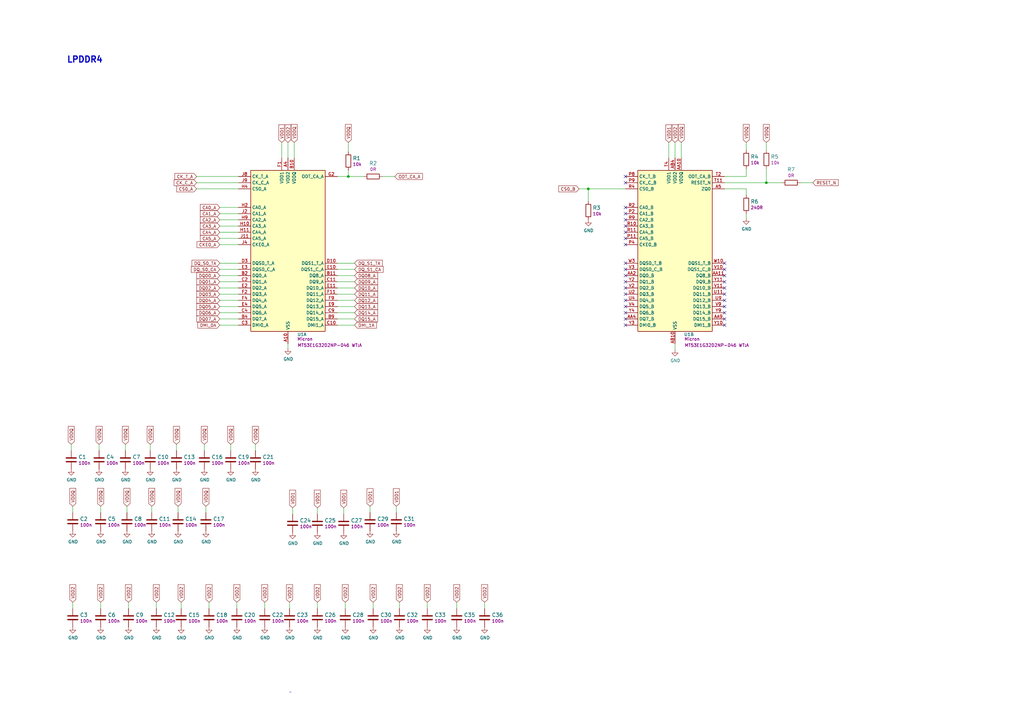
<source format=kicad_sch>
(kicad_sch (version 20211123) (generator eeschema)
  (paper "A3")
  (title_block (rev "1.1.0"))
  (junction (at 142.875 72.39))
  (junction (at 314.325 74.93))
  (junction (at 241.3 77.47))
  (no_connect (at 256.54 113.03))
  (no_connect (at 256.54 128.27))
  (no_connect (at 256.54 92.71))
  (no_connect (at 256.54 100.33))
  (no_connect (at 297.18 128.27))
  (no_connect (at 297.18 120.65))
  (no_connect (at 297.18 133.35))
  (no_connect (at 256.54 72.39))
  (no_connect (at 256.54 125.73))
  (no_connect (at 256.54 107.95))
  (no_connect (at 256.54 120.65))
  (no_connect (at 256.54 74.93))
  (no_connect (at 256.54 87.63))
  (no_connect (at 297.18 123.19))
  (no_connect (at 256.54 130.81))
  (no_connect (at 297.18 125.73))
  (no_connect (at 256.54 118.11))
  (no_connect (at 256.54 85.09))
  (no_connect (at 297.18 110.49))
  (no_connect (at 297.18 115.57))
  (no_connect (at 297.18 118.11))
  (no_connect (at 256.54 97.79))
  (no_connect (at 256.54 123.19))
  (no_connect (at 256.54 90.17))
  (no_connect (at 256.54 95.25))
  (no_connect (at 256.54 110.49))
  (no_connect (at 297.18 113.03))
  (no_connect (at 256.54 115.57))
  (no_connect (at 297.18 107.95))
  (no_connect (at 297.18 130.81))
  (no_connect (at 256.54 133.35))
  (wire (pts (xy 97.79 100.33) (xy 90.17 100.33)))
  (wire (pts (xy 97.79 92.71) (xy 90.17 92.71)))
  (wire (pts (xy 97.79 95.25) (xy 90.17 95.25)))
  (wire (pts (xy 138.43 130.81) (xy 145.415 130.81)))
  (wire (pts (xy 130.175 210.82) (xy 130.175 208.28)))
  (wire (pts (xy 74.295 249.555) (xy 74.295 247.015)))
  (wire (pts (xy 97.79 85.09) (xy 90.17 85.09)))
  (wire (pts (xy 274.32 64.77) (xy 274.32 58.42)))
  (wire (pts (xy 64.135 249.555) (xy 64.135 247.015)))
  (wire (pts (xy 118.11 140.97) (xy 118.11 142.875)))
  (wire (pts (xy 153.035 249.555) (xy 153.035 247.015)))
  (wire (pts (xy 306.07 72.39) (xy 297.18 72.39)))
  (wire (pts (xy 297.18 77.47) (xy 306.07 77.47)))
  (wire (pts (xy 328.295 74.93) (xy 333.375 74.93)))
  (wire (pts (xy 138.43 120.65) (xy 145.415 120.65)))
  (wire (pts (xy 104.775 182.245) (xy 104.775 184.785)))
  (wire (pts (xy 130.175 249.555) (xy 130.175 247.015)))
  (wire (pts (xy 314.325 74.93) (xy 320.675 74.93)))
  (wire (pts (xy 120.65 64.77) (xy 120.65 58.42)))
  (wire (pts (xy 97.79 74.93) (xy 80.645 74.93)))
  (wire (pts (xy 97.155 249.555) (xy 97.155 247.015)))
  (wire (pts (xy 297.18 74.93) (xy 314.325 74.93)))
  (wire (pts (xy 156.845 72.39) (xy 161.925 72.39)))
  (wire (pts (xy 279.4 64.77) (xy 279.4 58.42)))
  (wire (pts (xy 41.275 249.555) (xy 41.275 247.015)))
  (wire (pts (xy 151.765 210.185) (xy 151.765 207.645)))
  (wire (pts (xy 118.11 64.77) (xy 118.11 58.42)))
  (wire (pts (xy 138.43 115.57) (xy 145.415 115.57)))
  (wire (pts (xy 52.07 207.645) (xy 52.07 210.185)))
  (wire (pts (xy 73.025 210.185) (xy 73.025 207.645)))
  (wire (pts (xy 118.745 249.555) (xy 118.745 247.015)))
  (wire (pts (xy 163.83 249.555) (xy 163.83 247.015)))
  (wire (pts (xy 237.49 77.47) (xy 241.3 77.47)))
  (wire (pts (xy 241.3 77.47) (xy 256.54 77.47)))
  (wire (pts (xy 51.435 182.245) (xy 51.435 184.785)))
  (wire (pts (xy 97.79 130.81) (xy 90.17 130.81)))
  (wire (pts (xy 97.79 77.47) (xy 80.645 77.47)))
  (wire (pts (xy 306.07 87.63) (xy 306.07 89.535)))
  (wire (pts (xy 138.43 72.39) (xy 142.875 72.39)))
  (wire (pts (xy 29.845 249.555) (xy 29.845 247.015)))
  (wire (pts (xy 306.07 61.595) (xy 306.07 58.42)))
  (wire (pts (xy 141.605 249.555) (xy 141.605 247.015)))
  (polyline (pts (xy 119.38 283.845) (xy 118.745 283.845)))
  (wire (pts (xy 175.26 249.555) (xy 175.26 247.015)))
  (wire (pts (xy 142.875 69.85) (xy 142.875 72.39)))
  (wire (pts (xy 85.725 249.555) (xy 85.725 247.015)))
  (wire (pts (xy 138.43 128.27) (xy 145.415 128.27)))
  (wire (pts (xy 142.875 58.42) (xy 142.875 62.23)))
  (wire (pts (xy 187.325 249.555) (xy 187.325 247.015)))
  (wire (pts (xy 108.585 249.555) (xy 108.585 247.015)))
  (wire (pts (xy 61.595 182.245) (xy 61.595 184.785)))
  (wire (pts (xy 97.79 97.79) (xy 90.17 97.79)))
  (wire (pts (xy 94.615 182.245) (xy 94.615 184.785)))
  (wire (pts (xy 97.79 118.11) (xy 90.17 118.11)))
  (wire (pts (xy 138.43 123.19) (xy 145.415 123.19)))
  (wire (pts (xy 162.56 210.185) (xy 162.56 207.645)))
  (wire (pts (xy 138.43 133.35) (xy 145.415 133.35)))
  (wire (pts (xy 97.79 90.17) (xy 90.17 90.17)))
  (wire (pts (xy 138.43 110.49) (xy 145.415 110.49)))
  (wire (pts (xy 276.86 140.97) (xy 276.86 143.51)))
  (wire (pts (xy 72.39 184.785) (xy 72.39 182.245)))
  (wire (pts (xy 138.43 107.95) (xy 145.415 107.95)))
  (wire (pts (xy 62.23 207.645) (xy 62.23 210.185)))
  (wire (pts (xy 97.79 125.73) (xy 90.17 125.73)))
  (wire (pts (xy 97.79 110.49) (xy 90.17 110.49)))
  (wire (pts (xy 142.875 72.39) (xy 149.225 72.39)))
  (wire (pts (xy 97.79 87.63) (xy 90.17 87.63)))
  (wire (pts (xy 198.755 249.555) (xy 198.755 247.015)))
  (wire (pts (xy 306.07 72.39) (xy 306.07 69.215)))
  (wire (pts (xy 40.64 182.245) (xy 40.64 184.785)))
  (wire (pts (xy 241.3 82.55) (xy 241.3 77.47)))
  (wire (pts (xy 97.79 133.35) (xy 90.17 133.35)))
  (wire (pts (xy 97.79 115.57) (xy 90.17 115.57)))
  (wire (pts (xy 29.845 210.185) (xy 29.845 207.645)))
  (wire (pts (xy 138.43 113.03) (xy 145.415 113.03)))
  (wire (pts (xy 140.97 210.82) (xy 140.97 208.28)))
  (wire (pts (xy 97.79 123.19) (xy 90.17 123.19)))
  (wire (pts (xy 52.705 249.555) (xy 52.705 247.015)))
  (wire (pts (xy 97.79 107.95) (xy 90.17 107.95)))
  (wire (pts (xy 314.325 58.42) (xy 314.325 61.595)))
  (wire (pts (xy 314.325 74.93) (xy 314.325 69.215)))
  (wire (pts (xy 306.07 77.47) (xy 306.07 80.01)))
  (wire (pts (xy 276.86 64.77) (xy 276.86 58.42)))
  (wire (pts (xy 115.57 64.77) (xy 115.57 58.42)))
  (wire (pts (xy 138.43 118.11) (xy 145.415 118.11)))
  (wire (pts (xy 120.015 210.82) (xy 120.015 208.28)))
  (wire (pts (xy 138.43 125.73) (xy 145.415 125.73)))
  (wire (pts (xy 97.79 113.03) (xy 90.17 113.03)))
  (wire (pts (xy 97.79 72.39) (xy 80.645 72.39)))
  (wire (pts (xy 83.82 182.245) (xy 83.82 184.785)))
  (wire (pts (xy 84.455 207.645) (xy 84.455 210.185)))
  (wire (pts (xy 41.275 207.645) (xy 41.275 210.185)))
  (wire (pts (xy 97.79 128.27) (xy 90.17 128.27)))
  (wire (pts (xy 29.21 184.785) (xy 29.21 182.245)))
  (wire (pts (xy 97.79 120.65) (xy 90.17 120.65)))
  (text "LPDDR4" (at 27.305 26.035 0) (effects (font (size 2.4892 2.4892) (thickness 0.4978) bold) (justify left bottom)))
  (global_label "CA0_A" (shape input) (at 90.17 85.09 180) (property "Intersheet References" "${INTERSHEET_REFS}" (effects hide)))
  (global_label "CK_T_A" (shape input) (at 80.645 72.39 180) (property "Intersheet References" "${INTERSHEET_REFS}" (effects hide)))
  (global_label "VDDQ" (shape input) (at 94.615 182.245 90) (property "Intersheet References" "${INTERSHEET_REFS}" (effects hide)))
  (global_label "CA2_A" (shape input) (at 90.17 90.17 180) (property "Intersheet References" "${INTERSHEET_REFS}" (effects hide)))
  (global_label "CA5_A" (shape input) (at 90.17 97.79 180) (property "Intersheet References" "${INTERSHEET_REFS}" (effects hide)))
  (global_label "VDD2" (shape input) (at 153.035 247.015 90) (property "Intersheet References" "${INTERSHEET_REFS}" (effects hide)))
  (global_label "VDD1" (shape input) (at 140.97 208.28 90) (property "Intersheet References" "${INTERSHEET_REFS}" (effects hide)))
  (global_label "VDD2" (shape input) (at 85.725 247.015 90) (property "Intersheet References" "${INTERSHEET_REFS}" (effects hide)))
  (global_label "VDD1" (shape input) (at 115.57 58.42 90) (property "Intersheet References" "${INTERSHEET_REFS}" (effects hide)))
  (global_label "DQ_S0_CA" (shape input) (at 90.17 110.49 180) (property "Intersheet References" "${INTERSHEET_REFS}" (effects hide)))
  (global_label "DQ01_A" (shape input) (at 90.17 115.57 180) (property "Intersheet References" "${INTERSHEET_REFS}" (effects hide)))
  (global_label "VDD2" (shape input) (at 108.585 247.015 90) (property "Intersheet References" "${INTERSHEET_REFS}" (effects hide)))
  (global_label "VDDQ" (shape input) (at 120.65 58.42 90) (property "Intersheet References" "${INTERSHEET_REFS}" (effects hide)))
  (global_label "CS0_A" (shape input) (at 80.645 77.47 180) (property "Intersheet References" "${INTERSHEET_REFS}" (effects hide)))
  (global_label "VDD2" (shape input) (at 97.155 247.015 90) (property "Intersheet References" "${INTERSHEET_REFS}" (effects hide)))
  (global_label "DQ05_A" (shape input) (at 90.17 125.73 180) (property "Intersheet References" "${INTERSHEET_REFS}" (effects hide)))
  (global_label "VDDQ" (shape input) (at 51.435 182.245 90) (property "Intersheet References" "${INTERSHEET_REFS}" (effects hide)))
  (global_label "VDD2" (shape input) (at 29.845 247.015 90) (property "Intersheet References" "${INTERSHEET_REFS}" (effects hide)))
  (global_label "DQ07_A" (shape input) (at 90.17 130.81 180) (property "Intersheet References" "${INTERSHEET_REFS}" (effects hide)))
  (global_label "DQ13_A" (shape input) (at 145.415 125.73 0) (property "Intersheet References" "${INTERSHEET_REFS}" (effects hide)))
  (global_label "DQ_S0_TA" (shape input) (at 90.17 107.95 180) (property "Intersheet References" "${INTERSHEET_REFS}" (effects hide)))
  (global_label "DQ02_A" (shape input) (at 90.17 118.11 180) (property "Intersheet References" "${INTERSHEET_REFS}" (effects hide)))
  (global_label "VDD2" (shape input) (at 41.275 247.015 90) (property "Intersheet References" "${INTERSHEET_REFS}" (effects hide)))
  (global_label "VDDQ" (shape input) (at 29.845 207.645 90) (property "Intersheet References" "${INTERSHEET_REFS}" (effects hide)))
  (global_label "DQ04_A" (shape input) (at 90.17 123.19 180) (property "Intersheet References" "${INTERSHEET_REFS}" (effects hide)))
  (global_label "VDDQ" (shape input) (at 104.775 182.245 90) (property "Intersheet References" "${INTERSHEET_REFS}" (effects hide)))
  (global_label "VDDQ" (shape input) (at 314.325 58.42 90) (property "Intersheet References" "${INTERSHEET_REFS}" (effects hide)))
  (global_label "DMI_0A" (shape input) (at 90.17 133.35 180) (property "Intersheet References" "${INTERSHEET_REFS}" (effects hide)))
  (global_label "ODT_CA_A" (shape input) (at 161.925 72.39 0) (property "Intersheet References" "${INTERSHEET_REFS}" (effects hide)))
  (global_label "DQ09_A" (shape input) (at 145.415 115.57 0) (property "Intersheet References" "${INTERSHEET_REFS}" (effects hide)))
  (global_label "DQ15_A" (shape input) (at 145.415 130.81 0) (property "Intersheet References" "${INTERSHEET_REFS}" (effects hide)))
  (global_label "VDD1" (shape input) (at 120.015 208.28 90) (property "Intersheet References" "${INTERSHEET_REFS}" (effects hide)))
  (global_label "CA1_A" (shape input) (at 90.17 87.63 180) (property "Intersheet References" "${INTERSHEET_REFS}" (effects hide)))
  (global_label "VDD2" (shape input) (at 141.605 247.015 90) (property "Intersheet References" "${INTERSHEET_REFS}" (effects hide)))
  (global_label "DQ10_A" (shape input) (at 145.415 118.11 0) (property "Intersheet References" "${INTERSHEET_REFS}" (effects hide)))
  (global_label "VDD2" (shape input) (at 64.135 247.015 90) (property "Intersheet References" "${INTERSHEET_REFS}" (effects hide)))
  (global_label "VDD2" (shape input) (at 118.11 58.42 90) (property "Intersheet References" "${INTERSHEET_REFS}" (effects hide)))
  (global_label "VDD2" (shape input) (at 130.175 247.015 90) (property "Intersheet References" "${INTERSHEET_REFS}" (effects hide)))
  (global_label "VDDQ" (shape input) (at 142.875 58.42 90) (property "Intersheet References" "${INTERSHEET_REFS}" (effects hide)))
  (global_label "VDD2" (shape input) (at 198.755 247.015 90) (property "Intersheet References" "${INTERSHEET_REFS}" (effects hide)))
  (global_label "RESET_N" (shape input) (at 333.375 74.93 0) (property "Intersheet References" "${INTERSHEET_REFS}" (effects hide)))
  (global_label "VDDQ" (shape input) (at 73.025 207.645 90) (property "Intersheet References" "${INTERSHEET_REFS}" (effects hide)))
  (global_label "VDDQ" (shape input) (at 306.07 58.42 90) (property "Intersheet References" "${INTERSHEET_REFS}" (effects hide)))
  (global_label "VDDQ" (shape input) (at 29.21 182.245 90) (property "Intersheet References" "${INTERSHEET_REFS}" (effects hide)))
  (global_label "DQ08_A" (shape input) (at 145.415 113.03 0) (property "Intersheet References" "${INTERSHEET_REFS}" (effects hide)))
  (global_label "CKE0_A" (shape input) (at 90.17 100.33 180) (property "Intersheet References" "${INTERSHEET_REFS}" (effects hide)))
  (global_label "VDDQ" (shape input) (at 40.64 182.245 90) (property "Intersheet References" "${INTERSHEET_REFS}" (effects hide)))
  (global_label "VDD2" (shape input) (at 187.325 247.015 90) (property "Intersheet References" "${INTERSHEET_REFS}" (effects hide)))
  (global_label "DQ11_A" (shape input) (at 145.415 120.65 0) (property "Intersheet References" "${INTERSHEET_REFS}" (effects hide)))
  (global_label "VDDQ" (shape input) (at 61.595 182.245 90) (property "Intersheet References" "${INTERSHEET_REFS}" (effects hide)))
  (global_label "DQ00_A" (shape input) (at 90.17 113.03 180) (property "Intersheet References" "${INTERSHEET_REFS}" (effects hide)))
  (global_label "DQ_S1_CA" (shape input) (at 145.415 110.49 0) (property "Intersheet References" "${INTERSHEET_REFS}" (effects hide)))
  (global_label "CK_C_A" (shape input) (at 80.645 74.93 180) (property "Intersheet References" "${INTERSHEET_REFS}" (effects hide)))
  (global_label "VDD2" (shape input) (at 163.83 247.015 90) (property "Intersheet References" "${INTERSHEET_REFS}" (effects hide)))
  (global_label "CA4_A" (shape input) (at 90.17 95.25 180) (property "Intersheet References" "${INTERSHEET_REFS}" (effects hide)))
  (global_label "VDD1" (shape input) (at 130.175 208.28 90) (property "Intersheet References" "${INTERSHEET_REFS}" (effects hide)))
  (global_label "VDDQ" (shape input) (at 52.07 207.645 90) (property "Intersheet References" "${INTERSHEET_REFS}" (effects hide)))
  (global_label "VDD2" (shape input) (at 276.86 58.42 90) (property "Intersheet References" "${INTERSHEET_REFS}" (effects hide)))
  (global_label "VDD1" (shape input) (at 274.32 58.42 90) (property "Intersheet References" "${INTERSHEET_REFS}" (effects hide)))
  (global_label "DQ06_A" (shape input) (at 90.17 128.27 180) (property "Intersheet References" "${INTERSHEET_REFS}" (effects hide)))
  (global_label "VDD2" (shape input) (at 74.295 247.015 90) (property "Intersheet References" "${INTERSHEET_REFS}" (effects hide)))
  (global_label "VDDQ" (shape input) (at 72.39 182.245 90) (property "Intersheet References" "${INTERSHEET_REFS}" (effects hide)))
  (global_label "VDD2" (shape input) (at 175.26 247.015 90) (property "Intersheet References" "${INTERSHEET_REFS}" (effects hide)))
  (global_label "DQ_S1_TA" (shape input) (at 145.415 107.95 0) (property "Intersheet References" "${INTERSHEET_REFS}" (effects hide)))
  (global_label "DQ12_A" (shape input) (at 145.415 123.19 0) (property "Intersheet References" "${INTERSHEET_REFS}" (effects hide)))
  (global_label "VDD1" (shape input) (at 162.56 207.645 90) (property "Intersheet References" "${INTERSHEET_REFS}" (effects hide)))
  (global_label "VDDQ" (shape input) (at 83.82 182.245 90) (property "Intersheet References" "${INTERSHEET_REFS}" (effects hide)))
  (global_label "VDDQ" (shape input) (at 62.23 207.645 90) (property "Intersheet References" "${INTERSHEET_REFS}" (effects hide)))
  (global_label "VDDQ" (shape input) (at 84.455 207.645 90) (property "Intersheet References" "${INTERSHEET_REFS}" (effects hide)))
  (global_label "VDDQ" (shape input) (at 279.4 58.42 90) (property "Intersheet References" "${INTERSHEET_REFS}" (effects hide)))
  (global_label "CA3_A" (shape input) (at 90.17 92.71 180) (property "Intersheet References" "${INTERSHEET_REFS}" (effects hide)))
  (global_label "VDD2" (shape input) (at 118.745 247.015 90) (property "Intersheet References" "${INTERSHEET_REFS}" (effects hide)))
  (global_label "DMI_1A" (shape input) (at 145.415 133.35 0) (property "Intersheet References" "${INTERSHEET_REFS}" (effects hide)))
  (global_label "VDD2" (shape input) (at 52.705 247.015 90) (property "Intersheet References" "${INTERSHEET_REFS}" (effects hide)))
  (global_label "DQ14_A" (shape input) (at 145.415 128.27 0) (property "Intersheet References" "${INTERSHEET_REFS}" (effects hide)))
  (global_label "VDD1" (shape input) (at 151.765 207.645 90) (property "Intersheet References" "${INTERSHEET_REFS}" (effects hide)))
  (global_label "VDDQ" (shape input) (at 41.275 207.645 90) (property "Intersheet References" "${INTERSHEET_REFS}" (effects hide)))
  (global_label "DQ03_A" (shape input) (at 90.17 120.65 180) (property "Intersheet References" "${INTERSHEET_REFS}" (effects hide)))
  (global_label "CS0_B" (shape input) (at 237.49 77.47 180) (property "Intersheet References" "${INTERSHEET_REFS}" (effects hide)))
  (symbol (lib_id "lpddr4-testbed:R_10k_0402") (at 241.3 86.36 270) (unit 1)
    (property "Reference" "R3" (at 243.078 85.217 90) (effects (font (size 1.524 1.524)) (justify left)))
    (property "Value" "R_10k_0402" (effects hide))
    (property "Footprint" "lpddr4-testbed-footprints:0402-res" (effects hide))
    (property "Manufacturer" "VISHAY" (effects hide))
    (property "MPN" "CRCW040210K0FKEDHP" (effects hide))
    (property "Val" "10k" (at 243.078 87.7062 90) (effects (justify left)))
  )
  (symbol (lib_id "lpddr4-testbed:GND") (at 241.3 90.17 0) (unit 1)
    (property "Reference" "#PWR038" (effects hide))
    (property "Value" "GND" (at 241.427 94.5642 0))
  )
  (symbol (lib_id "lpddr4-testbed:R_10k_0402") (at 142.875 66.04 270) (unit 1)
    (property "Reference" "R1" (at 144.653 64.897 90) (effects (font (size 1.524 1.524)) (justify left)))
    (property "Value" "R_10k_0402" (effects hide))
    (property "Footprint" "lpddr4-testbed-footprints:0402-res" (effects hide))
    (property "Manufacturer" "VISHAY" (effects hide))
    (property "MPN" "CRCW040210K0FKEDHP" (effects hide))
    (property "Val" "10k" (at 144.653 67.3862 90) (effects (justify left)))
  )
  (symbol (lib_id "lpddr4-testbed:C_100n_0201") (at 29.21 188.595 0) (unit 1)
    (property "Reference" "C1" (at 32.131 187.452 0) (effects (font (size 1.524 1.524)) (justify left)))
    (property "Value" "C_100n_0201" (effects hide))
    (property "Footprint" "lpddr4-testbed-footprints:0201-res" (effects hide))
    (property "Manufacturer" "YAGEO" (effects hide))
    (property "MPN" "CC0201KRX6S5BB104" (effects hide))
    (property "Val" "100n" (at 32.131 189.9412 0) (effects (justify left)))
  )
  (symbol (lib_id "lpddr4-testbed:R_0R_0402") (at 153.035 72.39 0) (unit 1)
    (property "Reference" "R2" (at 153.035 66.9798 0) (effects (font (size 1.524 1.524))))
    (property "Value" "R_0R_0402" (effects hide))
    (property "Footprint" "lpddr4-testbed-footprints:0402-res" (effects hide))
    (property "Manufacturer" "PANASONIC" (effects hide))
    (property "MPN" "ERJ2GE0R00X" (effects hide))
    (property "Val" "0R" (at 153.035 69.469 0))
  )
  (symbol (lib_id "lpddr4-testbed:GND") (at 29.21 192.405 0) (unit 1)
    (property "Reference" "#PWR01" (effects hide))
    (property "Value" "GND" (at 29.337 196.7992 0))
  )
  (symbol (lib_id "lpddr4-testbed:C_100n_0201") (at 40.64 188.595 0) (unit 1)
    (property "Reference" "C4" (at 43.561 187.452 0) (effects (font (size 1.524 1.524)) (justify left)))
    (property "Value" "C_100n_0201" (effects hide))
    (property "Footprint" "lpddr4-testbed-footprints:0201-res" (effects hide))
    (property "Manufacturer" "YAGEO" (effects hide))
    (property "MPN" "CC0201KRX6S5BB104" (effects hide))
    (property "Val" "100n" (at 43.561 189.9412 0) (effects (justify left)))
  )
  (symbol (lib_id "lpddr4-testbed:C_100n_0201") (at 51.435 188.595 0) (unit 1)
    (property "Reference" "C7" (at 54.356 187.452 0) (effects (font (size 1.524 1.524)) (justify left)))
    (property "Value" "C_100n_0201" (effects hide))
    (property "Footprint" "lpddr4-testbed-footprints:0201-res" (effects hide))
    (property "Manufacturer" "YAGEO" (effects hide))
    (property "MPN" "CC0201KRX6S5BB104" (effects hide))
    (property "Val" "100n" (at 54.356 189.9412 0) (effects (justify left)))
  )
  (symbol (lib_id "lpddr4-testbed:C_100n_0201") (at 61.595 188.595 0) (unit 1)
    (property "Reference" "C10" (at 64.516 187.452 0) (effects (font (size 1.524 1.524)) (justify left)))
    (property "Value" "C_100n_0201" (effects hide))
    (property "Footprint" "lpddr4-testbed-footprints:0201-res" (effects hide))
    (property "Manufacturer" "YAGEO" (effects hide))
    (property "MPN" "CC0201KRX6S5BB104" (effects hide))
    (property "Val" "100n" (at 64.516 189.9412 0) (effects (justify left)))
  )
  (symbol (lib_id "lpddr4-testbed:GND") (at 40.64 192.405 0) (unit 1)
    (property "Reference" "#PWR04" (effects hide))
    (property "Value" "GND" (at 40.767 196.7992 0))
  )
  (symbol (lib_id "lpddr4-testbed:GND") (at 51.435 192.405 0) (unit 1)
    (property "Reference" "#PWR07" (effects hide))
    (property "Value" "GND" (at 51.562 196.7992 0))
  )
  (symbol (lib_id "lpddr4-testbed:GND") (at 61.595 192.405 0) (unit 1)
    (property "Reference" "#PWR010" (effects hide))
    (property "Value" "GND" (at 61.722 196.7992 0))
  )
  (symbol (lib_id "lpddr4-testbed:C_100n_0201") (at 72.39 188.595 0) (unit 1)
    (property "Reference" "C13" (at 75.311 187.452 0) (effects (font (size 1.524 1.524)) (justify left)))
    (property "Value" "C_100n_0201" (effects hide))
    (property "Footprint" "lpddr4-testbed-footprints:0201-res" (effects hide))
    (property "Manufacturer" "YAGEO" (effects hide))
    (property "MPN" "CC0201KRX6S5BB104" (effects hide))
    (property "Val" "100n" (at 75.311 189.9412 0) (effects (justify left)))
  )
  (symbol (lib_id "lpddr4-testbed:GND") (at 72.39 192.405 0) (unit 1)
    (property "Reference" "#PWR013" (effects hide))
    (property "Value" "GND" (at 72.517 196.7992 0))
  )
  (symbol (lib_id "lpddr4-testbed:C_100n_0201") (at 83.82 188.595 0) (unit 1)
    (property "Reference" "C16" (at 86.741 187.452 0) (effects (font (size 1.524 1.524)) (justify left)))
    (property "Value" "C_100n_0201" (effects hide))
    (property "Footprint" "lpddr4-testbed-footprints:0201-res" (effects hide))
    (property "Manufacturer" "YAGEO" (effects hide))
    (property "MPN" "CC0201KRX6S5BB104" (effects hide))
    (property "Val" "100n" (at 86.741 189.9412 0) (effects (justify left)))
  )
  (symbol (lib_id "lpddr4-testbed:C_100n_0201") (at 94.615 188.595 0) (unit 1)
    (property "Reference" "C19" (at 97.536 187.452 0) (effects (font (size 1.524 1.524)) (justify left)))
    (property "Value" "C_100n_0201" (effects hide))
    (property "Footprint" "lpddr4-testbed-footprints:0201-res" (effects hide))
    (property "Manufacturer" "YAGEO" (effects hide))
    (property "MPN" "CC0201KRX6S5BB104" (effects hide))
    (property "Val" "100n" (at 97.536 189.9412 0) (effects (justify left)))
  )
  (symbol (lib_id "lpddr4-testbed:C_100n_0201") (at 104.775 188.595 0) (unit 1)
    (property "Reference" "C21" (at 107.696 187.452 0) (effects (font (size 1.524 1.524)) (justify left)))
    (property "Value" "C_100n_0201" (effects hide))
    (property "Footprint" "lpddr4-testbed-footprints:0201-res" (effects hide))
    (property "Manufacturer" "YAGEO" (effects hide))
    (property "MPN" "CC0201KRX6S5BB104" (effects hide))
    (property "Val" "100n" (at 107.696 189.9412 0) (effects (justify left)))
  )
  (symbol (lib_id "lpddr4-testbed:GND") (at 83.82 192.405 0) (unit 1)
    (property "Reference" "#PWR016" (effects hide))
    (property "Value" "GND" (at 83.947 196.7992 0))
  )
  (symbol (lib_id "lpddr4-testbed:GND") (at 94.615 192.405 0) (unit 1)
    (property "Reference" "#PWR019" (effects hide))
    (property "Value" "GND" (at 94.742 196.7992 0))
  )
  (symbol (lib_id "lpddr4-testbed:GND") (at 104.775 192.405 0) (unit 1)
    (property "Reference" "#PWR021" (effects hide))
    (property "Value" "GND" (at 104.902 196.7992 0))
  )
  (symbol (lib_id "lpddr4-testbed:C_100n_0201") (at 29.845 213.995 0) (unit 1)
    (property "Reference" "C2" (at 32.766 212.852 0) (effects (font (size 1.524 1.524)) (justify left)))
    (property "Value" "C_100n_0201" (effects hide))
    (property "Footprint" "lpddr4-testbed-footprints:0201-res" (effects hide))
    (property "Manufacturer" "YAGEO" (effects hide))
    (property "MPN" "CC0201KRX6S5BB104" (effects hide))
    (property "Val" "100n" (at 32.766 215.3412 0) (effects (justify left)))
  )
  (symbol (lib_id "lpddr4-testbed:GND") (at 29.845 217.805 0) (unit 1)
    (property "Reference" "#PWR02" (effects hide))
    (property "Value" "GND" (at 29.972 222.1992 0))
  )
  (symbol (lib_id "lpddr4-testbed:C_100n_0201") (at 41.275 213.995 0) (unit 1)
    (property "Reference" "C5" (at 44.196 212.852 0) (effects (font (size 1.524 1.524)) (justify left)))
    (property "Value" "C_100n_0201" (effects hide))
    (property "Footprint" "lpddr4-testbed-footprints:0201-res" (effects hide))
    (property "Manufacturer" "YAGEO" (effects hide))
    (property "MPN" "CC0201KRX6S5BB104" (effects hide))
    (property "Val" "100n" (at 44.196 215.3412 0) (effects (justify left)))
  )
  (symbol (lib_id "lpddr4-testbed:C_100n_0201") (at 52.07 213.995 0) (unit 1)
    (property "Reference" "C8" (at 54.991 212.852 0) (effects (font (size 1.524 1.524)) (justify left)))
    (property "Value" "C_100n_0201" (effects hide))
    (property "Footprint" "lpddr4-testbed-footprints:0201-res" (effects hide))
    (property "Manufacturer" "YAGEO" (effects hide))
    (property "MPN" "CC0201KRX6S5BB104" (effects hide))
    (property "Val" "100n" (at 54.991 215.3412 0) (effects (justify left)))
  )
  (symbol (lib_id "lpddr4-testbed:C_100n_0201") (at 62.23 213.995 0) (unit 1)
    (property "Reference" "C11" (at 65.151 212.852 0) (effects (font (size 1.524 1.524)) (justify left)))
    (property "Value" "C_100n_0201" (effects hide))
    (property "Footprint" "lpddr4-testbed-footprints:0201-res" (effects hide))
    (property "Manufacturer" "YAGEO" (effects hide))
    (property "MPN" "CC0201KRX6S5BB104" (effects hide))
    (property "Val" "100n" (at 65.151 215.3412 0) (effects (justify left)))
  )
  (symbol (lib_id "lpddr4-testbed:GND") (at 41.275 217.805 0) (unit 1)
    (property "Reference" "#PWR05" (effects hide))
    (property "Value" "GND" (at 41.402 222.1992 0))
  )
  (symbol (lib_id "lpddr4-testbed:GND") (at 52.07 217.805 0) (unit 1)
    (property "Reference" "#PWR08" (effects hide))
    (property "Value" "GND" (at 52.197 222.1992 0))
  )
  (symbol (lib_id "lpddr4-testbed:GND") (at 62.23 217.805 0) (unit 1)
    (property "Reference" "#PWR011" (effects hide))
    (property "Value" "GND" (at 62.357 222.1992 0))
  )
  (symbol (lib_id "lpddr4-testbed:C_100n_0201") (at 73.025 213.995 0) (unit 1)
    (property "Reference" "C14" (at 75.946 212.852 0) (effects (font (size 1.524 1.524)) (justify left)))
    (property "Value" "C_100n_0201" (effects hide))
    (property "Footprint" "lpddr4-testbed-footprints:0201-res" (effects hide))
    (property "Manufacturer" "YAGEO" (effects hide))
    (property "MPN" "CC0201KRX6S5BB104" (effects hide))
    (property "Val" "100n" (at 75.946 215.3412 0) (effects (justify left)))
  )
  (symbol (lib_id "lpddr4-testbed:GND") (at 73.025 217.805 0) (unit 1)
    (property "Reference" "#PWR014" (effects hide))
    (property "Value" "GND" (at 73.152 222.1992 0))
  )
  (symbol (lib_id "lpddr4-testbed:C_100n_0201") (at 84.455 213.995 0) (unit 1)
    (property "Reference" "C17" (at 87.376 212.852 0) (effects (font (size 1.524 1.524)) (justify left)))
    (property "Value" "C_100n_0201" (effects hide))
    (property "Footprint" "lpddr4-testbed-footprints:0201-res" (effects hide))
    (property "Manufacturer" "YAGEO" (effects hide))
    (property "MPN" "CC0201KRX6S5BB104" (effects hide))
    (property "Val" "100n" (at 87.376 215.3412 0) (effects (justify left)))
  )
  (symbol (lib_id "lpddr4-testbed:GND") (at 84.455 217.805 0) (unit 1)
    (property "Reference" "#PWR017" (effects hide))
    (property "Value" "GND" (at 84.582 222.1992 0))
  )
  (symbol (lib_id "lpddr4-testbed:C_100n_0201") (at 120.015 214.63 0) (unit 1)
    (property "Reference" "C24" (at 122.936 213.487 0) (effects (font (size 1.524 1.524)) (justify left)))
    (property "Value" "C_100n_0201" (effects hide))
    (property "Footprint" "lpddr4-testbed-footprints:0201-res" (effects hide))
    (property "Manufacturer" "YAGEO" (effects hide))
    (property "MPN" "CC0201KRX6S5BB104" (effects hide))
    (property "Val" "100n" (at 122.936 215.9762 0) (effects (justify left)))
  )
  (symbol (lib_id "lpddr4-testbed:GND") (at 120.015 218.44 0) (unit 1)
    (property "Reference" "#PWR025" (effects hide))
    (property "Value" "GND" (at 120.142 222.8342 0))
  )
  (symbol (lib_id "lpddr4-testbed:C_100n_0201") (at 130.175 214.63 0) (unit 1)
    (property "Reference" "C25" (at 133.096 213.487 0) (effects (font (size 1.524 1.524)) (justify left)))
    (property "Value" "C_100n_0201" (effects hide))
    (property "Footprint" "lpddr4-testbed-footprints:0201-res" (effects hide))
    (property "Manufacturer" "YAGEO" (effects hide))
    (property "MPN" "CC0201KRX6S5BB104" (effects hide))
    (property "Val" "100n" (at 133.096 215.9762 0) (effects (justify left)))
  )
  (symbol (lib_id "lpddr4-testbed:GND") (at 130.175 218.44 0) (unit 1)
    (property "Reference" "#PWR026" (effects hide))
    (property "Value" "GND" (at 130.302 222.8342 0))
  )
  (symbol (lib_id "lpddr4-testbed:C_100n_0201") (at 140.97 214.63 0) (unit 1)
    (property "Reference" "C27" (at 143.891 213.487 0) (effects (font (size 1.524 1.524)) (justify left)))
    (property "Value" "C_100n_0201" (effects hide))
    (property "Footprint" "lpddr4-testbed-footprints:0201-res" (effects hide))
    (property "Manufacturer" "YAGEO" (effects hide))
    (property "MPN" "CC0201KRX6S5BB104" (effects hide))
    (property "Val" "100n" (at 143.891 215.9762 0) (effects (justify left)))
  )
  (symbol (lib_id "lpddr4-testbed:GND") (at 140.97 218.44 0) (unit 1)
    (property "Reference" "#PWR028" (effects hide))
    (property "Value" "GND" (at 141.097 222.8342 0))
  )
  (symbol (lib_id "lpddr4-testbed:C_100n_0201") (at 151.765 213.995 0) (unit 1)
    (property "Reference" "C29" (at 154.686 212.852 0) (effects (font (size 1.524 1.524)) (justify left)))
    (property "Value" "C_100n_0201" (effects hide))
    (property "Footprint" "lpddr4-testbed-footprints:0201-res" (effects hide))
    (property "Manufacturer" "YAGEO" (effects hide))
    (property "MPN" "CC0201KRX6S5BB104" (effects hide))
    (property "Val" "100n" (at 154.686 215.3412 0) (effects (justify left)))
  )
  (symbol (lib_id "lpddr4-testbed:GND") (at 151.765 217.805 0) (unit 1)
    (property "Reference" "#PWR030" (effects hide))
    (property "Value" "GND" (at 151.892 222.1992 0))
  )
  (symbol (lib_id "lpddr4-testbed:C_100n_0201") (at 29.845 253.365 0) (unit 1)
    (property "Reference" "C3" (at 32.766 252.222 0) (effects (font (size 1.524 1.524)) (justify left)))
    (property "Value" "C_100n_0201" (effects hide))
    (property "Footprint" "lpddr4-testbed-footprints:0201-res" (effects hide))
    (property "Manufacturer" "YAGEO" (effects hide))
    (property "MPN" "CC0201KRX6S5BB104" (effects hide))
    (property "Val" "100n" (at 32.766 254.7112 0) (effects (justify left)))
  )
  (symbol (lib_id "lpddr4-testbed:GND") (at 29.845 257.175 0) (unit 1)
    (property "Reference" "#PWR03" (effects hide))
    (property "Value" "GND" (at 29.972 261.5692 0))
  )
  (symbol (lib_id "lpddr4-testbed:C_100n_0201") (at 41.275 253.365 0) (unit 1)
    (property "Reference" "C6" (at 44.196 252.222 0) (effects (font (size 1.524 1.524)) (justify left)))
    (property "Value" "C_100n_0201" (effects hide))
    (property "Footprint" "lpddr4-testbed-footprints:0201-res" (effects hide))
    (property "Manufacturer" "YAGEO" (effects hide))
    (property "MPN" "CC0201KRX6S5BB104" (effects hide))
    (property "Val" "100n" (at 44.196 254.7112 0) (effects (justify left)))
  )
  (symbol (lib_id "lpddr4-testbed:GND") (at 41.275 257.175 0) (unit 1)
    (property "Reference" "#PWR06" (effects hide))
    (property "Value" "GND" (at 41.402 261.5692 0))
  )
  (symbol (lib_id "lpddr4-testbed:C_100n_0201") (at 52.705 253.365 0) (unit 1)
    (property "Reference" "C9" (at 55.626 252.222 0) (effects (font (size 1.524 1.524)) (justify left)))
    (property "Value" "C_100n_0201" (effects hide))
    (property "Footprint" "lpddr4-testbed-footprints:0201-res" (effects hide))
    (property "Manufacturer" "YAGEO" (effects hide))
    (property "MPN" "CC0201KRX6S5BB104" (effects hide))
    (property "Val" "100n" (at 55.626 254.7112 0) (effects (justify left)))
  )
  (symbol (lib_id "lpddr4-testbed:GND") (at 52.705 257.175 0) (unit 1)
    (property "Reference" "#PWR09" (effects hide))
    (property "Value" "GND" (at 52.832 261.5692 0))
  )
  (symbol (lib_id "lpddr4-testbed:C_100n_0201") (at 64.135 253.365 0) (unit 1)
    (property "Reference" "C12" (at 67.056 252.222 0) (effects (font (size 1.524 1.524)) (justify left)))
    (property "Value" "C_100n_0201" (effects hide))
    (property "Footprint" "lpddr4-testbed-footprints:0201-res" (effects hide))
    (property "Manufacturer" "YAGEO" (effects hide))
    (property "MPN" "CC0201KRX6S5BB104" (effects hide))
    (property "Val" "100n" (at 67.056 254.7112 0) (effects (justify left)))
  )
  (symbol (lib_id "lpddr4-testbed:GND") (at 64.135 257.175 0) (unit 1)
    (property "Reference" "#PWR012" (effects hide))
    (property "Value" "GND" (at 64.262 261.5692 0))
  )
  (symbol (lib_id "lpddr4-testbed:C_100n_0201") (at 162.56 213.995 0) (unit 1)
    (property "Reference" "C31" (at 165.481 212.852 0) (effects (font (size 1.524 1.524)) (justify left)))
    (property "Value" "C_100n_0201" (effects hide))
    (property "Footprint" "lpddr4-testbed-footprints:0201-res" (effects hide))
    (property "Manufacturer" "YAGEO" (effects hide))
    (property "MPN" "CC0201KRX6S5BB104" (effects hide))
    (property "Val" "100n" (at 165.481 215.3412 0) (effects (justify left)))
  )
  (symbol (lib_id "lpddr4-testbed:GND") (at 162.56 217.805 0) (unit 1)
    (property "Reference" "#PWR032" (effects hide))
    (property "Value" "GND" (at 162.687 222.1992 0))
  )
  (symbol (lib_id "lpddr4-testbed:C_100n_0201") (at 74.295 253.365 0) (unit 1)
    (property "Reference" "C15" (at 77.216 252.222 0) (effects (font (size 1.524 1.524)) (justify left)))
    (property "Value" "C_100n_0201" (effects hide))
    (property "Footprint" "lpddr4-testbed-footprints:0201-res" (effects hide))
    (property "Manufacturer" "YAGEO" (effects hide))
    (property "MPN" "CC0201KRX6S5BB104" (effects hide))
    (property "Val" "100n" (at 77.216 254.7112 0) (effects (justify left)))
  )
  (symbol (lib_id "lpddr4-testbed:GND") (at 74.295 257.175 0) (unit 1)
    (property "Reference" "#PWR015" (effects hide))
    (property "Value" "GND" (at 74.422 261.5692 0))
  )
  (symbol (lib_id "lpddr4-testbed:C_100n_0201") (at 85.725 253.365 0) (unit 1)
    (property "Reference" "C18" (at 88.646 252.222 0) (effects (font (size 1.524 1.524)) (justify left)))
    (property "Value" "C_100n_0201" (effects hide))
    (property "Footprint" "lpddr4-testbed-footprints:0201-res" (effects hide))
    (property "Manufacturer" "YAGEO" (effects hide))
    (property "MPN" "CC0201KRX6S5BB104" (effects hide))
    (property "Val" "100n" (at 88.646 254.7112 0) (effects (justify left)))
  )
  (symbol (lib_id "lpddr4-testbed:GND") (at 85.725 257.175 0) (unit 1)
    (property "Reference" "#PWR018" (effects hide))
    (property "Value" "GND" (at 85.852 261.5692 0))
  )
  (symbol (lib_id "lpddr4-testbed:C_100n_0201") (at 97.155 253.365 0) (unit 1)
    (property "Reference" "C20" (at 100.076 252.222 0) (effects (font (size 1.524 1.524)) (justify left)))
    (property "Value" "C_100n_0201" (effects hide))
    (property "Footprint" "lpddr4-testbed-footprints:0201-res" (effects hide))
    (property "Manufacturer" "YAGEO" (effects hide))
    (property "MPN" "CC0201KRX6S5BB104" (effects hide))
    (property "Val" "100n" (at 100.076 254.7112 0) (effects (justify left)))
  )
  (symbol (lib_id "lpddr4-testbed:GND") (at 97.155 257.175 0) (unit 1)
    (property "Reference" "#PWR020" (effects hide))
    (property "Value" "GND" (at 97.282 261.5692 0))
  )
  (symbol (lib_id "lpddr4-testbed:C_100n_0201") (at 108.585 253.365 0) (unit 1)
    (property "Reference" "C22" (at 111.506 252.222 0) (effects (font (size 1.524 1.524)) (justify left)))
    (property "Value" "C_100n_0201" (effects hide))
    (property "Footprint" "lpddr4-testbed-footprints:0201-res" (effects hide))
    (property "Manufacturer" "YAGEO" (effects hide))
    (property "MPN" "CC0201KRX6S5BB104" (effects hide))
    (property "Val" "100n" (at 111.506 254.7112 0) (effects (justify left)))
  )
  (symbol (lib_id "lpddr4-testbed:GND") (at 108.585 257.175 0) (unit 1)
    (property "Reference" "#PWR022" (effects hide))
    (property "Value" "GND" (at 108.712 261.5692 0))
  )
  (symbol (lib_id "lpddr4-testbed:C_100n_0201") (at 118.745 253.365 0) (unit 1)
    (property "Reference" "C23" (at 121.666 252.222 0) (effects (font (size 1.524 1.524)) (justify left)))
    (property "Value" "C_100n_0201" (effects hide))
    (property "Footprint" "lpddr4-testbed-footprints:0201-res" (effects hide))
    (property "Manufacturer" "YAGEO" (effects hide))
    (property "MPN" "CC0201KRX6S5BB104" (effects hide))
    (property "Val" "100n" (at 121.666 254.7112 0) (effects (justify left)))
  )
  (symbol (lib_id "lpddr4-testbed:GND") (at 118.745 257.175 0) (unit 1)
    (property "Reference" "#PWR024" (effects hide))
    (property "Value" "GND" (at 118.872 261.5692 0))
  )
  (symbol (lib_id "lpddr4-testbed:C_100n_0201") (at 130.175 253.365 0) (unit 1)
    (property "Reference" "C26" (at 133.096 252.222 0) (effects (font (size 1.524 1.524)) (justify left)))
    (property "Value" "C_100n_0201" (effects hide))
    (property "Footprint" "lpddr4-testbed-footprints:0201-res" (effects hide))
    (property "Manufacturer" "YAGEO" (effects hide))
    (property "MPN" "CC0201KRX6S5BB104" (effects hide))
    (property "Val" "100n" (at 133.096 254.7112 0) (effects (justify left)))
  )
  (symbol (lib_id "lpddr4-testbed:GND") (at 130.175 257.175 0) (unit 1)
    (property "Reference" "#PWR027" (effects hide))
    (property "Value" "GND" (at 130.302 261.5692 0))
  )
  (symbol (lib_id "lpddr4-testbed:C_100n_0201") (at 141.605 253.365 0) (unit 1)
    (property "Reference" "C28" (at 144.526 252.222 0) (effects (font (size 1.524 1.524)) (justify left)))
    (property "Value" "C_100n_0201" (effects hide))
    (property "Footprint" "lpddr4-testbed-footprints:0201-res" (effects hide))
    (property "Manufacturer" "YAGEO" (effects hide))
    (property "MPN" "CC0201KRX6S5BB104" (effects hide))
    (property "Val" "100n" (at 144.526 254.7112 0) (effects (justify left)))
  )
  (symbol (lib_id "lpddr4-testbed:GND") (at 141.605 257.175 0) (unit 1)
    (property "Reference" "#PWR029" (effects hide))
    (property "Value" "GND" (at 141.732 261.5692 0))
  )
  (symbol (lib_id "lpddr4-testbed:C_100n_0201") (at 153.035 253.365 0) (unit 1)
    (property "Reference" "C30" (at 155.956 252.222 0) (effects (font (size 1.524 1.524)) (justify left)))
    (property "Value" "C_100n_0201" (effects hide))
    (property "Footprint" "lpddr4-testbed-footprints:0201-res" (effects hide))
    (property "Manufacturer" "YAGEO" (effects hide))
    (property "MPN" "CC0201KRX6S5BB104" (effects hide))
    (property "Val" "100n" (at 155.956 254.7112 0) (effects (justify left)))
  )
  (symbol (lib_id "lpddr4-testbed:GND") (at 153.035 257.175 0) (unit 1)
    (property "Reference" "#PWR031" (effects hide))
    (property "Value" "GND" (at 153.162 261.5692 0))
  )
  (symbol (lib_id "lpddr4-testbed:C_100n_0201") (at 163.83 253.365 0) (unit 1)
    (property "Reference" "C32" (at 166.751 252.222 0) (effects (font (size 1.524 1.524)) (justify left)))
    (property "Value" "C_100n_0201" (effects hide))
    (property "Footprint" "lpddr4-testbed-footprints:0201-res" (effects hide))
    (property "Manufacturer" "YAGEO" (effects hide))
    (property "MPN" "CC0201KRX6S5BB104" (effects hide))
    (property "Val" "100n" (at 166.751 254.7112 0) (effects (justify left)))
  )
  (symbol (lib_id "lpddr4-testbed:GND") (at 163.83 257.175 0) (unit 1)
    (property "Reference" "#PWR033" (effects hide))
    (property "Value" "GND" (at 163.957 261.5692 0))
  )
  (symbol (lib_id "lpddr4-testbed:C_100n_0201") (at 175.26 253.365 0) (unit 1)
    (property "Reference" "C33" (at 178.181 252.222 0) (effects (font (size 1.524 1.524)) (justify left)))
    (property "Value" "C_100n_0201" (effects hide))
    (property "Footprint" "lpddr4-testbed-footprints:0201-res" (effects hide))
    (property "Manufacturer" "YAGEO" (effects hide))
    (property "MPN" "CC0201KRX6S5BB104" (effects hide))
    (property "Val" "100n" (at 178.181 254.7112 0) (effects (justify left)))
  )
  (symbol (lib_id "lpddr4-testbed:GND") (at 175.26 257.175 0) (unit 1)
    (property "Reference" "#PWR034" (effects hide))
    (property "Value" "GND" (at 175.387 261.5692 0))
  )
  (symbol (lib_id "lpddr4-testbed:C_100n_0201") (at 187.325 253.365 0) (unit 1)
    (property "Reference" "C35" (at 190.246 252.222 0) (effects (font (size 1.524 1.524)) (justify left)))
    (property "Value" "C_100n_0201" (effects hide))
    (property "Footprint" "lpddr4-testbed-footprints:0201-res" (effects hide))
    (property "Manufacturer" "YAGEO" (effects hide))
    (property "MPN" "CC0201KRX6S5BB104" (effects hide))
    (property "Val" "100n" (at 190.246 254.7112 0) (effects (justify left)))
  )
  (symbol (lib_id "lpddr4-testbed:GND") (at 187.325 257.175 0) (unit 1)
    (property "Reference" "#PWR036" (effects hide))
    (property "Value" "GND" (at 187.452 261.5692 0))
  )
  (symbol (lib_id "lpddr4-testbed:C_100n_0201") (at 198.755 253.365 0) (unit 1)
    (property "Reference" "C36" (at 201.676 252.222 0) (effects (font (size 1.524 1.524)) (justify left)))
    (property "Value" "C_100n_0201" (effects hide))
    (property "Footprint" "lpddr4-testbed-footprints:0201-res" (effects hide))
    (property "Manufacturer" "YAGEO" (effects hide))
    (property "MPN" "CC0201KRX6S5BB104" (effects hide))
    (property "Val" "100n" (at 201.676 254.7112 0) (effects (justify left)))
  )
  (symbol (lib_id "lpddr4-testbed:GND") (at 198.755 257.175 0) (unit 1)
    (property "Reference" "#PWR037" (effects hide))
    (property "Value" "GND" (at 198.882 261.5692 0))
  )
  (symbol (lib_id "lpddr4-testbed:R_10k_0402") (at 306.07 65.405 270) (unit 1)
    (property "Reference" "R4" (at 307.848 64.262 90) (effects (font (size 1.524 1.524)) (justify left)))
    (property "Value" "R_10k_0402" (effects hide))
    (property "Footprint" "lpddr4-testbed-footprints:0402-res" (effects hide))
    (property "Manufacturer" "VISHAY" (effects hide))
    (property "MPN" "CRCW040210K0FKEDHP" (effects hide))
    (property "Val" "10k" (at 307.848 66.7512 90) (effects (justify left)))
  )
  (symbol (lib_id "lpddr4-testbed:R_10k_0402") (at 314.325 65.405 270) (unit 1)
    (property "Reference" "R5" (at 316.103 64.262 90) (effects (font (size 1.524 1.524)) (justify left)))
    (property "Value" "R_10k_0402" (effects hide))
    (property "Footprint" "lpddr4-testbed-footprints:0402-res" (effects hide))
    (property "Manufacturer" "VISHAY" (effects hide))
    (property "MPN" "CRCW040210K0FKEDHP" (effects hide))
    (property "Val" "10k" (at 316.103 66.7512 90) (effects (justify left)))
  )
  (symbol (lib_id "lpddr4-testbed:R_0R_0402") (at 324.485 74.93 0) (unit 1)
    (property "Reference" "R7" (at 324.485 69.5198 0) (effects (font (size 1.524 1.524))))
    (property "Value" "R_0R_0402" (effects hide))
    (property "Footprint" "lpddr4-testbed-footprints:0402-res" (effects hide))
    (property "Manufacturer" "PANASONIC" (effects hide))
    (property "MPN" "ERJ2GE0R00X" (effects hide))
    (property "Val" "0R" (at 324.485 72.009 0))
  )
  (symbol (lib_id "lpddr4-testbed:R_240R_0402") (at 306.07 83.82 270) (unit 1)
    (property "Reference" "R6" (at 307.848 82.677 90) (effects (font (size 1.524 1.524)) (justify left)))
    (property "Value" "R_240R_0402" (effects hide))
    (property "Footprint" "lpddr4-testbed-footprints:0402-res" (effects hide))
    (property "Manufacturer" "PANASONIC" (effects hide))
    (property "MPN" "ERJ2GEJ241X" (effects hide))
    (property "Val" "240R" (at 307.848 85.1662 90) (effects (justify left)))
  )
  (symbol (lib_id "lpddr4-testbed:GND") (at 306.07 89.535 0) (unit 1)
    (property "Reference" "#PWR0105" (effects hide))
    (property "Value" "GND" (at 306.197 93.9292 0))
  )
  (symbol (lib_id "lpddr4-testbed:GND") (at 118.11 142.875 0) (unit 1)
    (property "Reference" "#PWR023" (effects hide))
    (property "Value" "GND" (at 118.237 147.2692 0))
  )
  (symbol (lib_id "lpddr4-testbed:GND") (at 276.86 143.51 0) (unit 1)
    (property "Reference" "#PWR039" (effects hide))
    (property "Value" "GND" (at 276.987 147.9042 0))
  )
  (symbol (lib_id "lpddr4-testbed:MT53E1G32D2NP-046") (at 118.11 102.87 0) (unit 1)
    (property "Reference" "U1" (at 123.825 137.16 0))
    (property "Value" "MT53E1G32D2NP-046" (effects hide))
    (property "Footprint" "lpddr4-testbed-footprints:BGA-200_10.0x14.5mm_Layout12x22_P0.80x0.65mm" (effects hide))
    (property "Manufacturer" "Micron" (at 125.095 139.065 0))
    (property "MPN" "MT53E1G32D2NP-046 WT:A" (at 135.255 141.605 0))
  )
  (symbol (lib_id "lpddr4-testbed:MT53E1G32D2NP-046") (at 276.86 102.87 0) (unit 2)
    (property "Reference" "U1" (at 282.575 137.16 0))
    (property "Value" "MT53E1G32D2NP-046" (effects hide))
    (property "Footprint" "lpddr4-testbed-footprints:BGA-200_10.0x14.5mm_Layout12x22_P0.80x0.65mm" (effects hide))
    (property "Manufacturer" "Micron" (at 283.845 139.065 0))
    (property "MPN" "MT53E1G32D2NP-046 WT:A" (at 294.005 141.605 0))
  )
)
</source>
